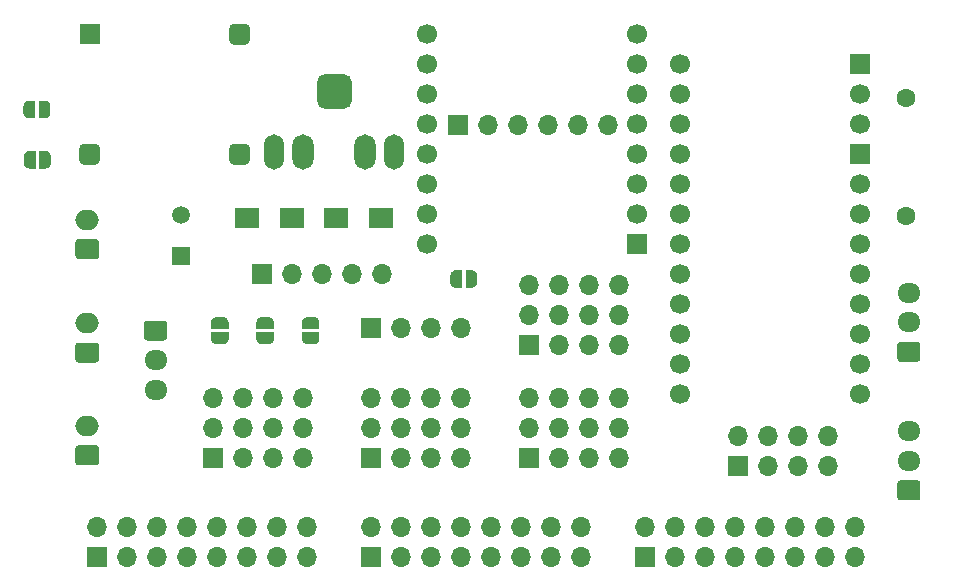
<source format=gbr>
%TF.GenerationSoftware,KiCad,Pcbnew,5.1.9*%
%TF.CreationDate,2021-04-20T15:21:45+08:00*%
%TF.ProjectId,HappyAAC-Type-A-2c,48617070-7941-4414-932d-547970652d41,2c*%
%TF.SameCoordinates,Original*%
%TF.FileFunction,Soldermask,Top*%
%TF.FilePolarity,Negative*%
%FSLAX46Y46*%
G04 Gerber Fmt 4.6, Leading zero omitted, Abs format (unit mm)*
G04 Created by KiCad (PCBNEW 5.1.9) date 2021-04-20 15:21:45*
%MOMM*%
%LPD*%
G01*
G04 APERTURE LIST*
%ADD10C,1.700000*%
%ADD11R,1.700000X1.700000*%
%ADD12O,1.700000X1.700000*%
%ADD13R,1.800000X1.800000*%
%ADD14O,1.700000X3.000000*%
%ADD15O,1.800000X3.000000*%
%ADD16C,1.500000*%
%ADD17R,1.500000X1.500000*%
%ADD18O,1.950000X1.700000*%
%ADD19O,2.000000X1.700000*%
%ADD20C,1.600000*%
%ADD21R,2.000000X1.800000*%
%ADD22C,0.100000*%
G04 APERTURE END LIST*
D10*
%TO.C,U3*%
X117602600Y-56261000D03*
X117602600Y-58801000D03*
X117602600Y-51181000D03*
X117602600Y-53721000D03*
X132842600Y-51181000D03*
X132842600Y-56261000D03*
X132842600Y-58801000D03*
X132842600Y-53721000D03*
X117602600Y-30861000D03*
X117602600Y-33401000D03*
X117602600Y-35941000D03*
X117602600Y-38481000D03*
X117602600Y-41021000D03*
X117602600Y-43561000D03*
X117602600Y-46101000D03*
X117602600Y-48641000D03*
X132842600Y-48641000D03*
X132842600Y-46101000D03*
X132842600Y-43561000D03*
X132842600Y-41021000D03*
D11*
X132842600Y-38481000D03*
D10*
X132842600Y-35941000D03*
X132842600Y-33401000D03*
D11*
X132842600Y-30861000D03*
%TD*%
D12*
%TO.C,J11*%
X111556800Y-35991800D03*
X109016800Y-35991800D03*
X106476800Y-35991800D03*
X103936800Y-35991800D03*
X101396800Y-35991800D03*
D11*
X98856800Y-35991800D03*
%TD*%
%TO.C,U2*%
G36*
G01*
X79440200Y-28771000D02*
X79440200Y-27871000D01*
G75*
G02*
X79890200Y-27421000I450000J0D01*
G01*
X80790200Y-27421000D01*
G75*
G02*
X81240200Y-27871000I0J-450000D01*
G01*
X81240200Y-28771000D01*
G75*
G02*
X80790200Y-29221000I-450000J0D01*
G01*
X79890200Y-29221000D01*
G75*
G02*
X79440200Y-28771000I0J450000D01*
G01*
G37*
G36*
G01*
X79440200Y-38931000D02*
X79440200Y-38031000D01*
G75*
G02*
X79890200Y-37581000I450000J0D01*
G01*
X80790200Y-37581000D01*
G75*
G02*
X81240200Y-38031000I0J-450000D01*
G01*
X81240200Y-38931000D01*
G75*
G02*
X80790200Y-39381000I-450000J0D01*
G01*
X79890200Y-39381000D01*
G75*
G02*
X79440200Y-38931000I0J450000D01*
G01*
G37*
G36*
G01*
X66740200Y-38931000D02*
X66740200Y-38031000D01*
G75*
G02*
X67190200Y-37581000I450000J0D01*
G01*
X68090200Y-37581000D01*
G75*
G02*
X68540200Y-38031000I0J-450000D01*
G01*
X68540200Y-38931000D01*
G75*
G02*
X68090200Y-39381000I-450000J0D01*
G01*
X67190200Y-39381000D01*
G75*
G02*
X66740200Y-38931000I0J450000D01*
G01*
G37*
D13*
X67640200Y-28321000D03*
%TD*%
%TO.C,J18*%
G36*
G01*
X89866600Y-32417000D02*
X89866600Y-33917000D01*
G75*
G02*
X89116600Y-34667000I-750000J0D01*
G01*
X87616600Y-34667000D01*
G75*
G02*
X86866600Y-33917000I0J750000D01*
G01*
X86866600Y-32417000D01*
G75*
G02*
X87616600Y-31667000I750000J0D01*
G01*
X89116600Y-31667000D01*
G75*
G02*
X89866600Y-32417000I0J-750000D01*
G01*
G37*
D14*
X93451600Y-38267000D03*
X83281600Y-38277800D03*
D15*
X90996600Y-38267000D03*
X85736600Y-38267000D03*
%TD*%
D16*
%TO.C,C1*%
X75387200Y-43601700D03*
D17*
X75387200Y-47101700D03*
%TD*%
D18*
%TO.C,J1*%
X137004000Y-61941100D03*
X137004000Y-64441100D03*
G36*
G01*
X137729000Y-67791100D02*
X136279000Y-67791100D01*
G75*
G02*
X136029000Y-67541100I0J250000D01*
G01*
X136029000Y-66341100D01*
G75*
G02*
X136279000Y-66091100I250000J0D01*
G01*
X137729000Y-66091100D01*
G75*
G02*
X137979000Y-66341100I0J-250000D01*
G01*
X137979000Y-67541100D01*
G75*
G02*
X137729000Y-67791100I-250000J0D01*
G01*
G37*
%TD*%
%TO.C,J2*%
X73228200Y-58403500D03*
X73228200Y-55903500D03*
G36*
G01*
X72503200Y-52553500D02*
X73953200Y-52553500D01*
G75*
G02*
X74203200Y-52803500I0J-250000D01*
G01*
X74203200Y-54003500D01*
G75*
G02*
X73953200Y-54253500I-250000J0D01*
G01*
X72503200Y-54253500D01*
G75*
G02*
X72253200Y-54003500I0J250000D01*
G01*
X72253200Y-52803500D01*
G75*
G02*
X72503200Y-52553500I250000J0D01*
G01*
G37*
%TD*%
%TO.C,J3*%
X137004000Y-50206900D03*
X137004000Y-52706900D03*
G36*
G01*
X137729000Y-56056900D02*
X136279000Y-56056900D01*
G75*
G02*
X136029000Y-55806900I0J250000D01*
G01*
X136029000Y-54606900D01*
G75*
G02*
X136279000Y-54356900I250000J0D01*
G01*
X137729000Y-54356900D01*
G75*
G02*
X137979000Y-54606900I0J-250000D01*
G01*
X137979000Y-55806900D01*
G75*
G02*
X137729000Y-56056900I-250000J0D01*
G01*
G37*
%TD*%
%TO.C,J10*%
G36*
G01*
X68195400Y-64815900D02*
X66695400Y-64815900D01*
G75*
G02*
X66445400Y-64565900I0J250000D01*
G01*
X66445400Y-63365900D01*
G75*
G02*
X66695400Y-63115900I250000J0D01*
G01*
X68195400Y-63115900D01*
G75*
G02*
X68445400Y-63365900I0J-250000D01*
G01*
X68445400Y-64565900D01*
G75*
G02*
X68195400Y-64815900I-250000J0D01*
G01*
G37*
D19*
X67445400Y-61465900D03*
%TD*%
%TO.C,J8*%
G36*
G01*
X68195400Y-47355200D02*
X66695400Y-47355200D01*
G75*
G02*
X66445400Y-47105200I0J250000D01*
G01*
X66445400Y-45905200D01*
G75*
G02*
X66695400Y-45655200I250000J0D01*
G01*
X68195400Y-45655200D01*
G75*
G02*
X68445400Y-45905200I0J-250000D01*
G01*
X68445400Y-47105200D01*
G75*
G02*
X68195400Y-47355200I-250000J0D01*
G01*
G37*
X67445400Y-44005200D03*
%TD*%
%TO.C,J9*%
G36*
G01*
X68195400Y-56117300D02*
X66695400Y-56117300D01*
G75*
G02*
X66445400Y-55867300I0J250000D01*
G01*
X66445400Y-54667300D01*
G75*
G02*
X66695400Y-54417300I250000J0D01*
G01*
X68195400Y-54417300D01*
G75*
G02*
X68445400Y-54667300I0J-250000D01*
G01*
X68445400Y-55867300D01*
G75*
G02*
X68195400Y-56117300I-250000J0D01*
G01*
G37*
X67445400Y-52767300D03*
%TD*%
D20*
%TO.C,R1*%
X136804000Y-43705700D03*
X136804000Y-33705700D03*
%TD*%
D12*
%TO.C,J4*%
X130162000Y-62372200D03*
X130162000Y-64912200D03*
X127622000Y-62372200D03*
X127622000Y-64912200D03*
X125082000Y-62372200D03*
X125082000Y-64912200D03*
X122542000Y-62372200D03*
D11*
X122542000Y-64912200D03*
%TD*%
%TO.C,J5*%
X68306400Y-72585900D03*
D12*
X68306400Y-70045900D03*
X70846400Y-72585900D03*
X70846400Y-70045900D03*
X73386400Y-72585900D03*
X73386400Y-70045900D03*
X75926400Y-72585900D03*
X75926400Y-70045900D03*
X78466400Y-72585900D03*
X78466400Y-70045900D03*
X81006400Y-72585900D03*
X81006400Y-70045900D03*
X83546400Y-72585900D03*
X83546400Y-70045900D03*
X86086400Y-72585900D03*
X86086400Y-70045900D03*
%TD*%
D11*
%TO.C,J6*%
X91468700Y-72585900D03*
D12*
X91468700Y-70045900D03*
X94008700Y-72585900D03*
X94008700Y-70045900D03*
X96548700Y-72585900D03*
X96548700Y-70045900D03*
X99088700Y-72585900D03*
X99088700Y-70045900D03*
X101628700Y-72585900D03*
X101628700Y-70045900D03*
X104168700Y-72585900D03*
X104168700Y-70045900D03*
X106708700Y-72585900D03*
X106708700Y-70045900D03*
X109248700Y-72585900D03*
X109248700Y-70045900D03*
%TD*%
D11*
%TO.C,J7*%
X114631000Y-72585900D03*
D12*
X114631000Y-70045900D03*
X117171000Y-72585900D03*
X117171000Y-70045900D03*
X119711000Y-72585900D03*
X119711000Y-70045900D03*
X122251000Y-72585900D03*
X122251000Y-70045900D03*
X124791000Y-72585900D03*
X124791000Y-70045900D03*
X127331000Y-72585900D03*
X127331000Y-70045900D03*
X129871000Y-72585900D03*
X129871000Y-70045900D03*
X132411000Y-72585900D03*
X132411000Y-70045900D03*
%TD*%
%TO.C,J14_GPIO1*%
X109944300Y-49583300D03*
X107404300Y-49583300D03*
X104864300Y-49583300D03*
X112484300Y-49583300D03*
X112497000Y-52123300D03*
X112497000Y-54663300D03*
X109957000Y-52123300D03*
X109957000Y-54663300D03*
X107417000Y-52123300D03*
X107417000Y-54663300D03*
X104877000Y-52123300D03*
D11*
X104877000Y-54663300D03*
%TD*%
%TO.C,J15_GPIO2*%
X78066900Y-64185800D03*
D12*
X78066900Y-61645800D03*
X80606900Y-64185800D03*
X80606900Y-61645800D03*
X83146900Y-64185800D03*
X83146900Y-61645800D03*
X85686900Y-64185800D03*
X85686900Y-61645800D03*
X85674200Y-59105800D03*
X78054200Y-59105800D03*
X80594200Y-59105800D03*
X83134200Y-59105800D03*
%TD*%
D11*
%TO.C,J16_GPIO3*%
X91471900Y-64173100D03*
D12*
X91471900Y-61633100D03*
X94011900Y-64173100D03*
X94011900Y-61633100D03*
X96551900Y-64173100D03*
X96551900Y-61633100D03*
X99091900Y-64173100D03*
X99091900Y-61633100D03*
X99079200Y-59093100D03*
X91459200Y-59093100D03*
X93999200Y-59093100D03*
X96539200Y-59093100D03*
%TD*%
%TO.C,J17_GPIO4*%
X109944300Y-59093100D03*
X107404300Y-59093100D03*
X104864300Y-59093100D03*
X112484300Y-59093100D03*
X112497000Y-61633100D03*
X112497000Y-64173100D03*
X109957000Y-61633100D03*
X109957000Y-64173100D03*
X107417000Y-61633100D03*
X107417000Y-64173100D03*
X104877000Y-61633100D03*
D11*
X104877000Y-64173100D03*
%TD*%
D21*
%TO.C,D1*%
X88484300Y-43841000D03*
X92284300Y-43841000D03*
%TD*%
%TO.C,D2*%
X84754800Y-43841000D03*
X80954800Y-43841000D03*
%TD*%
D10*
%TO.C,U1*%
X96215000Y-46101000D03*
X96215000Y-43561000D03*
X96215000Y-41021000D03*
X96215000Y-38481000D03*
X96215000Y-35941000D03*
X96215000Y-33401000D03*
X96215000Y-30861000D03*
X96215000Y-28321000D03*
X113995000Y-28321000D03*
X113995000Y-30861000D03*
X113995000Y-33401000D03*
X113995000Y-35941000D03*
X113995000Y-38481000D03*
X113995000Y-41021000D03*
X113995000Y-43561000D03*
D11*
X113995000Y-46101000D03*
%TD*%
%TO.C,J12*%
X82219800Y-48602900D03*
D12*
X84759800Y-48602900D03*
X87299800Y-48602900D03*
X89839800Y-48602900D03*
X92379800Y-48602900D03*
%TD*%
D22*
%TO.C,JP1*%
G36*
X63032500Y-35433700D02*
G01*
X62532500Y-35433700D01*
X62532500Y-35433098D01*
X62507966Y-35433098D01*
X62459135Y-35428288D01*
X62411010Y-35418716D01*
X62364055Y-35404472D01*
X62318722Y-35385695D01*
X62275449Y-35362564D01*
X62234650Y-35335304D01*
X62196721Y-35304176D01*
X62162024Y-35269479D01*
X62130896Y-35231550D01*
X62103636Y-35190751D01*
X62080505Y-35147478D01*
X62061728Y-35102145D01*
X62047484Y-35055190D01*
X62037912Y-35007065D01*
X62033102Y-34958234D01*
X62033102Y-34933700D01*
X62032500Y-34933700D01*
X62032500Y-34433700D01*
X62033102Y-34433700D01*
X62033102Y-34409166D01*
X62037912Y-34360335D01*
X62047484Y-34312210D01*
X62061728Y-34265255D01*
X62080505Y-34219922D01*
X62103636Y-34176649D01*
X62130896Y-34135850D01*
X62162024Y-34097921D01*
X62196721Y-34063224D01*
X62234650Y-34032096D01*
X62275449Y-34004836D01*
X62318722Y-33981705D01*
X62364055Y-33962928D01*
X62411010Y-33948684D01*
X62459135Y-33939112D01*
X62507966Y-33934302D01*
X62532500Y-33934302D01*
X62532500Y-33933700D01*
X63032500Y-33933700D01*
X63032500Y-35433700D01*
G37*
G36*
X63832500Y-33934302D02*
G01*
X63857034Y-33934302D01*
X63905865Y-33939112D01*
X63953990Y-33948684D01*
X64000945Y-33962928D01*
X64046278Y-33981705D01*
X64089551Y-34004836D01*
X64130350Y-34032096D01*
X64168279Y-34063224D01*
X64202976Y-34097921D01*
X64234104Y-34135850D01*
X64261364Y-34176649D01*
X64284495Y-34219922D01*
X64303272Y-34265255D01*
X64317516Y-34312210D01*
X64327088Y-34360335D01*
X64331898Y-34409166D01*
X64331898Y-34433700D01*
X64332500Y-34433700D01*
X64332500Y-34933700D01*
X64331898Y-34933700D01*
X64331898Y-34958234D01*
X64327088Y-35007065D01*
X64317516Y-35055190D01*
X64303272Y-35102145D01*
X64284495Y-35147478D01*
X64261364Y-35190751D01*
X64234104Y-35231550D01*
X64202976Y-35269479D01*
X64168279Y-35304176D01*
X64130350Y-35335304D01*
X64089551Y-35362564D01*
X64046278Y-35385695D01*
X64000945Y-35404472D01*
X63953990Y-35418716D01*
X63905865Y-35428288D01*
X63857034Y-35433098D01*
X63832500Y-35433098D01*
X63832500Y-35433700D01*
X63332500Y-35433700D01*
X63332500Y-33933700D01*
X63832500Y-33933700D01*
X63832500Y-33934302D01*
G37*
%TD*%
%TO.C,JP2*%
G36*
X63870600Y-38188802D02*
G01*
X63895134Y-38188802D01*
X63943965Y-38193612D01*
X63992090Y-38203184D01*
X64039045Y-38217428D01*
X64084378Y-38236205D01*
X64127651Y-38259336D01*
X64168450Y-38286596D01*
X64206379Y-38317724D01*
X64241076Y-38352421D01*
X64272204Y-38390350D01*
X64299464Y-38431149D01*
X64322595Y-38474422D01*
X64341372Y-38519755D01*
X64355616Y-38566710D01*
X64365188Y-38614835D01*
X64369998Y-38663666D01*
X64369998Y-38688200D01*
X64370600Y-38688200D01*
X64370600Y-39188200D01*
X64369998Y-39188200D01*
X64369998Y-39212734D01*
X64365188Y-39261565D01*
X64355616Y-39309690D01*
X64341372Y-39356645D01*
X64322595Y-39401978D01*
X64299464Y-39445251D01*
X64272204Y-39486050D01*
X64241076Y-39523979D01*
X64206379Y-39558676D01*
X64168450Y-39589804D01*
X64127651Y-39617064D01*
X64084378Y-39640195D01*
X64039045Y-39658972D01*
X63992090Y-39673216D01*
X63943965Y-39682788D01*
X63895134Y-39687598D01*
X63870600Y-39687598D01*
X63870600Y-39688200D01*
X63370600Y-39688200D01*
X63370600Y-38188200D01*
X63870600Y-38188200D01*
X63870600Y-38188802D01*
G37*
G36*
X63070600Y-39688200D02*
G01*
X62570600Y-39688200D01*
X62570600Y-39687598D01*
X62546066Y-39687598D01*
X62497235Y-39682788D01*
X62449110Y-39673216D01*
X62402155Y-39658972D01*
X62356822Y-39640195D01*
X62313549Y-39617064D01*
X62272750Y-39589804D01*
X62234821Y-39558676D01*
X62200124Y-39523979D01*
X62168996Y-39486050D01*
X62141736Y-39445251D01*
X62118605Y-39401978D01*
X62099828Y-39356645D01*
X62085584Y-39309690D01*
X62076012Y-39261565D01*
X62071202Y-39212734D01*
X62071202Y-39188200D01*
X62070600Y-39188200D01*
X62070600Y-38688200D01*
X62071202Y-38688200D01*
X62071202Y-38663666D01*
X62076012Y-38614835D01*
X62085584Y-38566710D01*
X62099828Y-38519755D01*
X62118605Y-38474422D01*
X62141736Y-38431149D01*
X62168996Y-38390350D01*
X62200124Y-38352421D01*
X62234821Y-38317724D01*
X62272750Y-38286596D01*
X62313549Y-38259336D01*
X62356822Y-38236205D01*
X62402155Y-38217428D01*
X62449110Y-38203184D01*
X62497235Y-38193612D01*
X62546066Y-38188802D01*
X62570600Y-38188802D01*
X62570600Y-38188200D01*
X63070600Y-38188200D01*
X63070600Y-39688200D01*
G37*
%TD*%
%TO.C,JP3*%
G36*
X83260600Y-53553500D02*
G01*
X83260600Y-54053500D01*
X83259998Y-54053500D01*
X83259998Y-54078034D01*
X83255188Y-54126865D01*
X83245616Y-54174990D01*
X83231372Y-54221945D01*
X83212595Y-54267278D01*
X83189464Y-54310551D01*
X83162204Y-54351350D01*
X83131076Y-54389279D01*
X83096379Y-54423976D01*
X83058450Y-54455104D01*
X83017651Y-54482364D01*
X82974378Y-54505495D01*
X82929045Y-54524272D01*
X82882090Y-54538516D01*
X82833965Y-54548088D01*
X82785134Y-54552898D01*
X82760600Y-54552898D01*
X82760600Y-54553500D01*
X82260600Y-54553500D01*
X82260600Y-54552898D01*
X82236066Y-54552898D01*
X82187235Y-54548088D01*
X82139110Y-54538516D01*
X82092155Y-54524272D01*
X82046822Y-54505495D01*
X82003549Y-54482364D01*
X81962750Y-54455104D01*
X81924821Y-54423976D01*
X81890124Y-54389279D01*
X81858996Y-54351350D01*
X81831736Y-54310551D01*
X81808605Y-54267278D01*
X81789828Y-54221945D01*
X81775584Y-54174990D01*
X81766012Y-54126865D01*
X81761202Y-54078034D01*
X81761202Y-54053500D01*
X81760600Y-54053500D01*
X81760600Y-53553500D01*
X83260600Y-53553500D01*
G37*
G36*
X81761202Y-52753500D02*
G01*
X81761202Y-52728966D01*
X81766012Y-52680135D01*
X81775584Y-52632010D01*
X81789828Y-52585055D01*
X81808605Y-52539722D01*
X81831736Y-52496449D01*
X81858996Y-52455650D01*
X81890124Y-52417721D01*
X81924821Y-52383024D01*
X81962750Y-52351896D01*
X82003549Y-52324636D01*
X82046822Y-52301505D01*
X82092155Y-52282728D01*
X82139110Y-52268484D01*
X82187235Y-52258912D01*
X82236066Y-52254102D01*
X82260600Y-52254102D01*
X82260600Y-52253500D01*
X82760600Y-52253500D01*
X82760600Y-52254102D01*
X82785134Y-52254102D01*
X82833965Y-52258912D01*
X82882090Y-52268484D01*
X82929045Y-52282728D01*
X82974378Y-52301505D01*
X83017651Y-52324636D01*
X83058450Y-52351896D01*
X83096379Y-52383024D01*
X83131076Y-52417721D01*
X83162204Y-52455650D01*
X83189464Y-52496449D01*
X83212595Y-52539722D01*
X83231372Y-52585055D01*
X83245616Y-52632010D01*
X83255188Y-52680135D01*
X83259998Y-52728966D01*
X83259998Y-52753500D01*
X83260600Y-52753500D01*
X83260600Y-53253500D01*
X81760600Y-53253500D01*
X81760600Y-52753500D01*
X81761202Y-52753500D01*
G37*
%TD*%
%TO.C,JP4*%
G36*
X85608002Y-52753500D02*
G01*
X85608002Y-52728966D01*
X85612812Y-52680135D01*
X85622384Y-52632010D01*
X85636628Y-52585055D01*
X85655405Y-52539722D01*
X85678536Y-52496449D01*
X85705796Y-52455650D01*
X85736924Y-52417721D01*
X85771621Y-52383024D01*
X85809550Y-52351896D01*
X85850349Y-52324636D01*
X85893622Y-52301505D01*
X85938955Y-52282728D01*
X85985910Y-52268484D01*
X86034035Y-52258912D01*
X86082866Y-52254102D01*
X86107400Y-52254102D01*
X86107400Y-52253500D01*
X86607400Y-52253500D01*
X86607400Y-52254102D01*
X86631934Y-52254102D01*
X86680765Y-52258912D01*
X86728890Y-52268484D01*
X86775845Y-52282728D01*
X86821178Y-52301505D01*
X86864451Y-52324636D01*
X86905250Y-52351896D01*
X86943179Y-52383024D01*
X86977876Y-52417721D01*
X87009004Y-52455650D01*
X87036264Y-52496449D01*
X87059395Y-52539722D01*
X87078172Y-52585055D01*
X87092416Y-52632010D01*
X87101988Y-52680135D01*
X87106798Y-52728966D01*
X87106798Y-52753500D01*
X87107400Y-52753500D01*
X87107400Y-53253500D01*
X85607400Y-53253500D01*
X85607400Y-52753500D01*
X85608002Y-52753500D01*
G37*
G36*
X87107400Y-53553500D02*
G01*
X87107400Y-54053500D01*
X87106798Y-54053500D01*
X87106798Y-54078034D01*
X87101988Y-54126865D01*
X87092416Y-54174990D01*
X87078172Y-54221945D01*
X87059395Y-54267278D01*
X87036264Y-54310551D01*
X87009004Y-54351350D01*
X86977876Y-54389279D01*
X86943179Y-54423976D01*
X86905250Y-54455104D01*
X86864451Y-54482364D01*
X86821178Y-54505495D01*
X86775845Y-54524272D01*
X86728890Y-54538516D01*
X86680765Y-54548088D01*
X86631934Y-54552898D01*
X86607400Y-54552898D01*
X86607400Y-54553500D01*
X86107400Y-54553500D01*
X86107400Y-54552898D01*
X86082866Y-54552898D01*
X86034035Y-54548088D01*
X85985910Y-54538516D01*
X85938955Y-54524272D01*
X85893622Y-54505495D01*
X85850349Y-54482364D01*
X85809550Y-54455104D01*
X85771621Y-54423976D01*
X85736924Y-54389279D01*
X85705796Y-54351350D01*
X85678536Y-54310551D01*
X85655405Y-54267278D01*
X85636628Y-54221945D01*
X85622384Y-54174990D01*
X85612812Y-54126865D01*
X85608002Y-54078034D01*
X85608002Y-54053500D01*
X85607400Y-54053500D01*
X85607400Y-53553500D01*
X87107400Y-53553500D01*
G37*
%TD*%
%TO.C,JP5*%
G36*
X99176700Y-49784700D02*
G01*
X98676700Y-49784700D01*
X98676700Y-49784098D01*
X98652166Y-49784098D01*
X98603335Y-49779288D01*
X98555210Y-49769716D01*
X98508255Y-49755472D01*
X98462922Y-49736695D01*
X98419649Y-49713564D01*
X98378850Y-49686304D01*
X98340921Y-49655176D01*
X98306224Y-49620479D01*
X98275096Y-49582550D01*
X98247836Y-49541751D01*
X98224705Y-49498478D01*
X98205928Y-49453145D01*
X98191684Y-49406190D01*
X98182112Y-49358065D01*
X98177302Y-49309234D01*
X98177302Y-49284700D01*
X98176700Y-49284700D01*
X98176700Y-48784700D01*
X98177302Y-48784700D01*
X98177302Y-48760166D01*
X98182112Y-48711335D01*
X98191684Y-48663210D01*
X98205928Y-48616255D01*
X98224705Y-48570922D01*
X98247836Y-48527649D01*
X98275096Y-48486850D01*
X98306224Y-48448921D01*
X98340921Y-48414224D01*
X98378850Y-48383096D01*
X98419649Y-48355836D01*
X98462922Y-48332705D01*
X98508255Y-48313928D01*
X98555210Y-48299684D01*
X98603335Y-48290112D01*
X98652166Y-48285302D01*
X98676700Y-48285302D01*
X98676700Y-48284700D01*
X99176700Y-48284700D01*
X99176700Y-49784700D01*
G37*
G36*
X99976700Y-48285302D02*
G01*
X100001234Y-48285302D01*
X100050065Y-48290112D01*
X100098190Y-48299684D01*
X100145145Y-48313928D01*
X100190478Y-48332705D01*
X100233751Y-48355836D01*
X100274550Y-48383096D01*
X100312479Y-48414224D01*
X100347176Y-48448921D01*
X100378304Y-48486850D01*
X100405564Y-48527649D01*
X100428695Y-48570922D01*
X100447472Y-48616255D01*
X100461716Y-48663210D01*
X100471288Y-48711335D01*
X100476098Y-48760166D01*
X100476098Y-48784700D01*
X100476700Y-48784700D01*
X100476700Y-49284700D01*
X100476098Y-49284700D01*
X100476098Y-49309234D01*
X100471288Y-49358065D01*
X100461716Y-49406190D01*
X100447472Y-49453145D01*
X100428695Y-49498478D01*
X100405564Y-49541751D01*
X100378304Y-49582550D01*
X100347176Y-49620479D01*
X100312479Y-49655176D01*
X100274550Y-49686304D01*
X100233751Y-49713564D01*
X100190478Y-49736695D01*
X100145145Y-49755472D01*
X100098190Y-49769716D01*
X100050065Y-49779288D01*
X100001234Y-49784098D01*
X99976700Y-49784098D01*
X99976700Y-49784700D01*
X99476700Y-49784700D01*
X99476700Y-48284700D01*
X99976700Y-48284700D01*
X99976700Y-48285302D01*
G37*
%TD*%
D11*
%TO.C,J13*%
X91478100Y-53213000D03*
D12*
X94018100Y-53213000D03*
X96558100Y-53213000D03*
X99098100Y-53213000D03*
%TD*%
D22*
%TO.C,JP6*%
G36*
X79413800Y-53553500D02*
G01*
X79413800Y-54053500D01*
X79413198Y-54053500D01*
X79413198Y-54078034D01*
X79408388Y-54126865D01*
X79398816Y-54174990D01*
X79384572Y-54221945D01*
X79365795Y-54267278D01*
X79342664Y-54310551D01*
X79315404Y-54351350D01*
X79284276Y-54389279D01*
X79249579Y-54423976D01*
X79211650Y-54455104D01*
X79170851Y-54482364D01*
X79127578Y-54505495D01*
X79082245Y-54524272D01*
X79035290Y-54538516D01*
X78987165Y-54548088D01*
X78938334Y-54552898D01*
X78913800Y-54552898D01*
X78913800Y-54553500D01*
X78413800Y-54553500D01*
X78413800Y-54552898D01*
X78389266Y-54552898D01*
X78340435Y-54548088D01*
X78292310Y-54538516D01*
X78245355Y-54524272D01*
X78200022Y-54505495D01*
X78156749Y-54482364D01*
X78115950Y-54455104D01*
X78078021Y-54423976D01*
X78043324Y-54389279D01*
X78012196Y-54351350D01*
X77984936Y-54310551D01*
X77961805Y-54267278D01*
X77943028Y-54221945D01*
X77928784Y-54174990D01*
X77919212Y-54126865D01*
X77914402Y-54078034D01*
X77914402Y-54053500D01*
X77913800Y-54053500D01*
X77913800Y-53553500D01*
X79413800Y-53553500D01*
G37*
G36*
X77914402Y-52753500D02*
G01*
X77914402Y-52728966D01*
X77919212Y-52680135D01*
X77928784Y-52632010D01*
X77943028Y-52585055D01*
X77961805Y-52539722D01*
X77984936Y-52496449D01*
X78012196Y-52455650D01*
X78043324Y-52417721D01*
X78078021Y-52383024D01*
X78115950Y-52351896D01*
X78156749Y-52324636D01*
X78200022Y-52301505D01*
X78245355Y-52282728D01*
X78292310Y-52268484D01*
X78340435Y-52258912D01*
X78389266Y-52254102D01*
X78413800Y-52254102D01*
X78413800Y-52253500D01*
X78913800Y-52253500D01*
X78913800Y-52254102D01*
X78938334Y-52254102D01*
X78987165Y-52258912D01*
X79035290Y-52268484D01*
X79082245Y-52282728D01*
X79127578Y-52301505D01*
X79170851Y-52324636D01*
X79211650Y-52351896D01*
X79249579Y-52383024D01*
X79284276Y-52417721D01*
X79315404Y-52455650D01*
X79342664Y-52496449D01*
X79365795Y-52539722D01*
X79384572Y-52585055D01*
X79398816Y-52632010D01*
X79408388Y-52680135D01*
X79413198Y-52728966D01*
X79413198Y-52753500D01*
X79413800Y-52753500D01*
X79413800Y-53253500D01*
X77913800Y-53253500D01*
X77913800Y-52753500D01*
X77914402Y-52753500D01*
G37*
%TD*%
M02*

</source>
